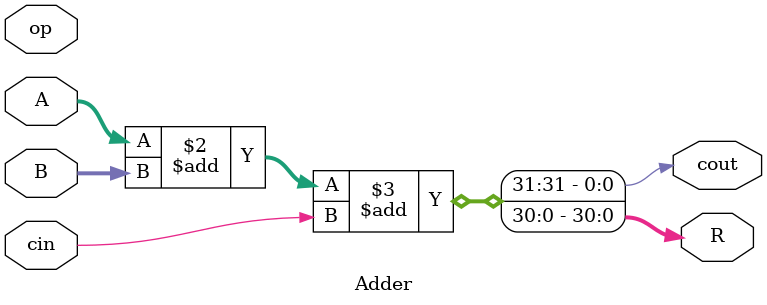
<source format=v>
module Adder #(
    parameter N=31
) (
    input cin,
    input [N-1:0]A,B,
    input [1:0]op,
    output reg cout,
    output reg[N-1:0]R 
);
    always @* begin
        {cout,R}=A+B+cin;
    end
endmodule
</source>
